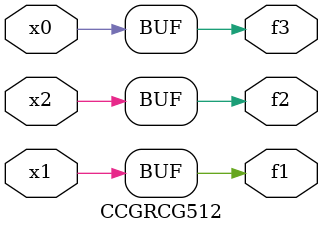
<source format=v>
module CCGRCG512(
	input x0, x1, x2,
	output f1, f2, f3
);
	assign f1 = x1;
	assign f2 = x2;
	assign f3 = x0;
endmodule

</source>
